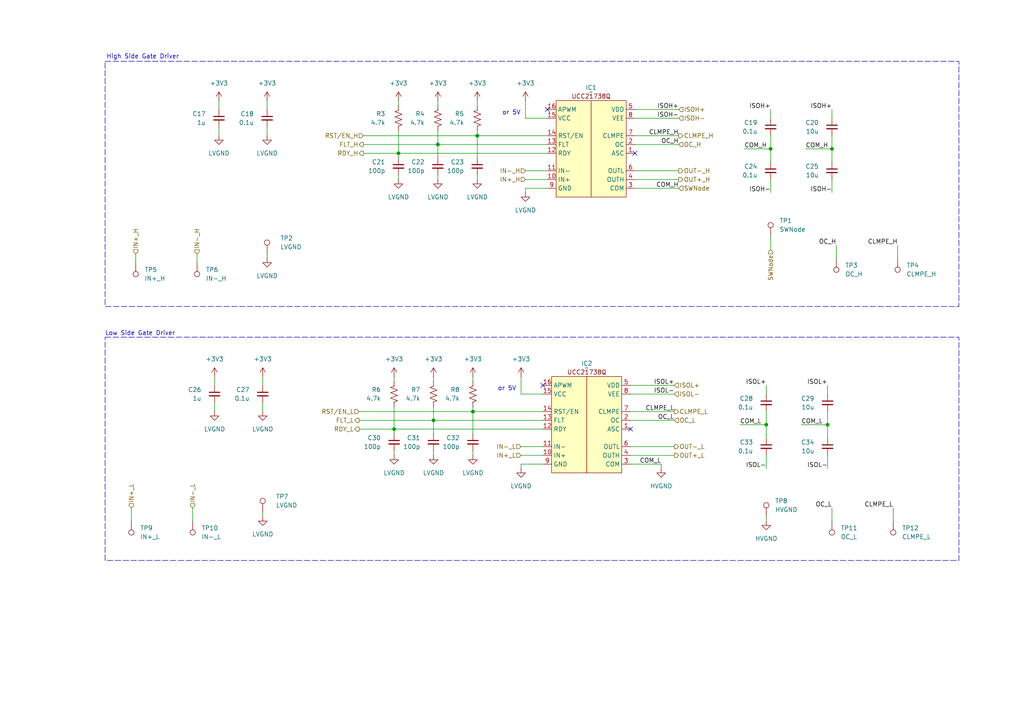
<source format=kicad_sch>
(kicad_sch (version 20250114) (generator "eeschema") (generator_version "9.0")
  (paper "A4")
  (lib_symbols
    (symbol "Connector:TestPoint" (pin_numbers (hide yes)) (pin_names (offset 0.762) (hide yes))
      (property "Reference" "TP" (at 0 6.858 0))
      (property "Value" "TestPoint" (at 0 5.08 0))
      (symbol "TestPoint_0_1"
        (circle (center 0 3.302) (radius 0.762))
      )
      (symbol "TestPoint_1_1"
        (pin passive line (at 0 0 90) (length 2.54) (name "1") (number "1"))
      )
    )
    (symbol "CustomMoco:UCC21738Q"
      (property "Reference" "IC" (at 0 0 0))
      (symbol "UCC21738Q_0_1"
        (polyline (pts (xy 0 13.97) (xy 0 -13.97)))
      )
      (symbol "UCC21738Q_1_1"
        (rectangle (start -10.16 13.97) (end 10.16 -13.97) (fill (type color) (color 255 255 194 1)))
        (text "UCC21738Q" (at 0 15.24 0) (effects (font (size 1.27 1.27))))
        (pin passive line (at -12.7 11.43 0) (length 2.54) (name "VDD") (number "5"))
        (pin passive line (at -12.7 8.89 0) (length 2.54) (name "VEE") (number "8"))
        (pin passive line (at -12.7 3.81 0) (length 2.54) (name "CLMPE") (number "7"))
        (pin passive line (at -12.7 1.27 0) (length 2.54) (name "OC") (number "2"))
        (pin passive line (at -12.7 -1.27 0) (length 2.54) (name "ASC") (number "1"))
        (pin passive line (at -12.7 -6.35 0) (length 2.54) (name "OUTL") (number "6"))
        (pin passive line (at -12.7 -8.89 0) (length 2.54) (name "OUTH") (number "4"))
        (pin passive line (at -12.7 -11.43 0) (length 2.54) (name "COM") (number "3"))
        (pin passive line (at 12.7 11.43 180) (length 2.54) (name "APWM") (number "16"))
        (pin passive line (at 12.7 8.89 180) (length 2.54) (name "VCC") (number "15"))
        (pin passive line (at 12.7 3.81 180) (length 2.54) (name "RST/EN") (number "14"))
        (pin passive line (at 12.7 1.27 180) (length 2.54) (name "FLT") (number "13"))
        (pin passive line (at 12.7 -1.27 180) (length 2.54) (name "RDY") (number "12"))
        (pin passive line (at 12.7 -6.35 180) (length 2.54) (name "IN-") (number "11"))
        (pin passive line (at 12.7 -8.89 180) (length 2.54) (name "IN+") (number "10"))
        (pin passive line (at 12.7 -11.43 180) (length 2.54) (name "GND") (number "9"))
      )
    )
    (symbol "Device:C_Small" (pin_numbers (hide yes)) (pin_names (offset 0.254) (hide yes))
      (property "Reference" "C" (at 0.254 1.778 0))
      (property "Value" "C_Small" (at 0.254 -2.032 0))
      (symbol "C_Small_0_1"
        (polyline (pts (xy -1.524 0.508) (xy 1.524 0.508)) (stroke (width 0.3048)))
        (polyline (pts (xy -1.524 -0.508) (xy 1.524 -0.508)) (stroke (width 0.3302)))
      )
      (symbol "C_Small_1_1"
        (pin passive line (at 0 2.54 270) (length 2.032) (name "~") (number "1"))
        (pin passive line (at 0 -2.54 90) (length 2.032) (name "~") (number "2"))
      )
    )
    (symbol "Device:R_US" (pin_numbers (hide yes)) (pin_names (offset 0))
      (property "Reference" "R" (at 2.54 0 90))
      (property "Value" "R_US" (at -2.54 0 90))
      (symbol "R_US_0_1"
        (polyline (pts (xy 0 2.286) (xy 0 2.54)))
        (polyline (pts (xy 0 2.286) (xy 1.016 1.905) (xy 0 1.524) (xy -1.016 1.143) (xy 0 0.762)))
        (polyline (pts (xy 0 0.762) (xy 1.016 0.381) (xy 0 0) (xy -1.016 -0.381) (xy 0 -0.762)))
        (polyline (pts (xy 0 -0.762) (xy 1.016 -1.143) (xy 0 -1.524) (xy -1.016 -1.905) (xy 0 -2.286)))
        (polyline (pts (xy 0 -2.286) (xy 0 -2.54)))
      )
      (symbol "R_US_1_1"
        (pin passive line (at 0 3.81 270) (length 1.27) (name "~") (number "1"))
        (pin passive line (at 0 -3.81 90) (length 1.27) (name "~") (number "2"))
      )
    )
    (symbol "UCC21738Q_1"
      (property "Reference" "IC" (at 0 0 0))
      (symbol "UCC21738Q_1_0_1"
        (polyline (pts (xy 0 13.97) (xy 0 -13.97)))
      )
      (symbol "UCC21738Q_1_1_1"
        (rectangle (start -10.16 13.97) (end 10.16 -13.97) (fill (type color) (color 255 255 194 1)))
        (text "UCC21738Q" (at 0 15.24 0) (effects (font (size 1.27 1.27))))
        (pin passive line (at -12.7 11.43 0) (length 2.54) (name "VDD") (number "5"))
        (pin passive line (at -12.7 8.89 0) (length 2.54) (name "VEE") (number "8"))
        (pin passive line (at -12.7 3.81 0) (length 2.54) (name "CLMPE") (number "7"))
        (pin passive line (at -12.7 1.27 0) (length 2.54) (name "OC") (number "2"))
        (pin passive line (at -12.7 -1.27 0) (length 2.54) (name "ASC") (number "1"))
        (pin passive line (at -12.7 -6.35 0) (length 2.54) (name "OUTL") (number "6"))
        (pin passive line (at -12.7 -8.89 0) (length 2.54) (name "OUTH") (number "4"))
        (pin passive line (at -12.7 -11.43 0) (length 2.54) (name "COM") (number "3"))
        (pin passive line (at 12.7 11.43 180) (length 2.54) (name "APWM") (number "16"))
        (pin passive line (at 12.7 8.89 180) (length 2.54) (name "VCC") (number "15"))
        (pin passive line (at 12.7 3.81 180) (length 2.54) (name "RST/EN") (number "14"))
        (pin passive line (at 12.7 1.27 180) (length 2.54) (name "FLT") (number "13"))
        (pin passive line (at 12.7 -1.27 180) (length 2.54) (name "RDY") (number "12"))
        (pin passive line (at 12.7 -6.35 180) (length 2.54) (name "IN-") (number "11"))
        (pin passive line (at 12.7 -8.89 180) (length 2.54) (name "IN+") (number "10"))
        (pin passive line (at 12.7 -11.43 180) (length 2.54) (name "GND") (number "9"))
      )
    )
    (symbol "power:+3V3" (power) (pin_numbers (hide yes)) (pin_names (offset 0) (hide yes))
      (property "Value" "+3V3" (at 0 3.556 0))
      (symbol "+3V3_0_1"
        (polyline (pts (xy -0.762 1.27) (xy 0 2.54)))
        (polyline (pts (xy 0 2.54) (xy 0.762 1.27)))
        (polyline (pts (xy 0 0) (xy 0 2.54)))
      )
      (symbol "+3V3_1_1"
        (pin power_in line (at 0 0 90) (length 0) (name "~") (number "1"))
      )
    )
    (symbol "power:GND" (power) (pin_numbers (hide yes)) (pin_names (offset 0) (hide yes))
      (property "Value" "GND" (at 0 -3.81 0))
      (symbol "GND_0_1"
        (polyline (pts (xy 0 0) (xy 0 -1.27) (xy 1.27 -1.27) (xy 0 -2.54) (xy -1.27 -1.27) (xy 0 -1.27)))
      )
      (symbol "GND_1_1"
        (pin power_in line (at 0 0 270) (length 0) (name "~") (number "1"))
      )
    )
  )
  (rectangle (start 30.48 97.79) (end 278.13 162.56) (stroke (width 0) (type dash)))
  (rectangle (start 30.48 17.78) (end 278.13 88.9) (stroke (width 0) (type dash)))
  (text "Low Side Gate Driver" (at 40.64 96.774 0) (effects (font (size 1.27 1.27))))
  (text "or 5V" (at 147.066 112.776 0) (effects (font (size 1.27 1.27))))
  (text "High Side Gate Driver" (at 41.402 16.51 0) (effects (font (size 1.27 1.27))))
  (text "or 5V" (at 148.336 32.766 0) (effects (font (size 1.27 1.27))))
  (junction (at 127 41.91))
  (junction (at 223.52 43.18))
  (junction (at 115.57 44.45))
  (junction (at 240.03 123.19))
  (junction (at 222.25 123.19))
  (junction (at 114.3 124.46))
  (junction (at 137.16 119.38))
  (junction (at 241.3 43.18))
  (junction (at 125.73 121.92))
  (junction (at 138.43 39.37))
  (no_connect (at 158.75 31.75))
  (no_connect (at 184.15 44.45))
  (no_connect (at 157.48 111.76))
  (no_connect (at 182.88 124.46))
  (wire (pts (xy 62.23 116.84) (xy 62.23 119.38)))
  (wire (pts (xy 241.3 39.37) (xy 241.3 43.18)))
  (wire (pts (xy 39.37 73.66) (xy 39.37 76.2)))
  (wire (pts (xy 214.63 123.19) (xy 222.25 123.19)))
  (wire (pts (xy 184.15 52.07) (xy 196.85 52.07)))
  (wire (pts (xy 182.88 129.54) (xy 195.58 129.54)))
  (wire (pts (xy 62.23 109.22) (xy 62.23 111.76)))
  (wire (pts (xy 152.4 34.29) (xy 158.75 34.29)))
  (wire (pts (xy 138.43 39.37) (xy 158.75 39.37)))
  (wire (pts (xy 137.16 109.22) (xy 137.16 110.49)))
  (wire (pts (xy 151.13 114.3) (xy 157.48 114.3)))
  (wire (pts (xy 114.3 130.81) (xy 114.3 132.08)))
  (wire (pts (xy 137.16 119.38) (xy 137.16 125.73)))
  (wire (pts (xy 105.41 39.37) (xy 138.43 39.37)))
  (wire (pts (xy 184.15 31.75) (xy 196.85 31.75)))
  (wire (pts (xy 182.88 121.92) (xy 195.58 121.92)))
  (wire (pts (xy 115.57 50.8) (xy 115.57 52.07)))
  (wire (pts (xy 115.57 29.21) (xy 115.57 30.48)))
  (wire (pts (xy 152.4 29.21) (xy 152.4 34.29)))
  (wire (pts (xy 223.52 43.18) (xy 223.52 46.99)))
  (wire (pts (xy 232.41 123.19) (xy 240.03 123.19)))
  (wire (pts (xy 151.13 134.62) (xy 151.13 135.89)))
  (wire (pts (xy 127 50.8) (xy 127 52.07)))
  (wire (pts (xy 114.3 124.46) (xy 114.3 125.73)))
  (wire (pts (xy 77.47 73.66) (xy 77.47 74.93)))
  (wire (pts (xy 222.25 123.19) (xy 222.25 127)))
  (wire (pts (xy 63.5 36.83) (xy 63.5 39.37)))
  (wire (pts (xy 104.14 121.92) (xy 125.73 121.92)))
  (wire (pts (xy 223.52 52.07) (xy 223.52 55.88)))
  (wire (pts (xy 240.03 132.08) (xy 240.03 135.89)))
  (wire (pts (xy 138.43 50.8) (xy 138.43 52.07)))
  (wire (pts (xy 191.77 134.62) (xy 182.88 134.62)))
  (wire (pts (xy 125.73 121.92) (xy 157.48 121.92)))
  (wire (pts (xy 184.15 39.37) (xy 196.85 39.37)))
  (wire (pts (xy 182.88 114.3) (xy 195.58 114.3)))
  (wire (pts (xy 222.25 149.86) (xy 222.25 151.13)))
  (wire (pts (xy 63.5 29.21) (xy 63.5 31.75)))
  (wire (pts (xy 105.41 44.45) (xy 115.57 44.45)))
  (wire (pts (xy 125.73 118.11) (xy 125.73 121.92)))
  (wire (pts (xy 38.1 147.32) (xy 38.1 151.13)))
  (wire (pts (xy 105.41 41.91) (xy 127 41.91)))
  (wire (pts (xy 104.14 119.38) (xy 137.16 119.38)))
  (wire (pts (xy 223.52 39.37) (xy 223.52 43.18)))
  (wire (pts (xy 241.3 31.75) (xy 241.3 34.29)))
  (wire (pts (xy 215.9 43.18) (xy 223.52 43.18)))
  (wire (pts (xy 127 38.1) (xy 127 41.91)))
  (wire (pts (xy 151.13 134.62) (xy 157.48 134.62)))
  (wire (pts (xy 114.3 109.22) (xy 114.3 110.49)))
  (wire (pts (xy 125.73 121.92) (xy 125.73 125.73)))
  (wire (pts (xy 76.2 116.84) (xy 76.2 119.38)))
  (wire (pts (xy 222.25 132.08) (xy 222.25 135.89)))
  (wire (pts (xy 233.68 43.18) (xy 241.3 43.18)))
  (wire (pts (xy 115.57 44.45) (xy 115.57 45.72)))
  (wire (pts (xy 241.3 43.18) (xy 241.3 46.99)))
  (wire (pts (xy 223.52 72.39) (xy 223.52 68.58)))
  (wire (pts (xy 151.13 132.08) (xy 157.48 132.08)))
  (wire (pts (xy 138.43 38.1) (xy 138.43 39.37)))
  (wire (pts (xy 222.25 119.38) (xy 222.25 123.19)))
  (wire (pts (xy 125.73 109.22) (xy 125.73 110.49)))
  (wire (pts (xy 223.52 31.75) (xy 223.52 34.29)))
  (wire (pts (xy 104.14 124.46) (xy 114.3 124.46)))
  (wire (pts (xy 152.4 52.07) (xy 158.75 52.07)))
  (wire (pts (xy 182.88 119.38) (xy 195.58 119.38)))
  (wire (pts (xy 240.03 111.76) (xy 240.03 114.3)))
  (wire (pts (xy 77.47 29.21) (xy 77.47 31.75)))
  (wire (pts (xy 260.35 71.12) (xy 260.35 74.93)))
  (wire (pts (xy 240.03 123.19) (xy 240.03 127)))
  (wire (pts (xy 137.16 119.38) (xy 157.48 119.38)))
  (wire (pts (xy 182.88 132.08) (xy 195.58 132.08)))
  (wire (pts (xy 182.88 111.76) (xy 195.58 111.76)))
  (wire (pts (xy 137.16 130.81) (xy 137.16 132.08)))
  (wire (pts (xy 138.43 39.37) (xy 138.43 45.72)))
  (wire (pts (xy 242.57 71.12) (xy 242.57 74.93)))
  (wire (pts (xy 55.88 147.32) (xy 55.88 151.13)))
  (wire (pts (xy 127 41.91) (xy 127 45.72)))
  (wire (pts (xy 114.3 124.46) (xy 157.48 124.46)))
  (wire (pts (xy 57.15 73.66) (xy 57.15 76.2)))
  (wire (pts (xy 76.2 109.22) (xy 76.2 111.76)))
  (wire (pts (xy 184.15 54.61) (xy 196.85 54.61)))
  (wire (pts (xy 222.25 111.76) (xy 222.25 114.3)))
  (wire (pts (xy 241.3 52.07) (xy 241.3 55.88)))
  (wire (pts (xy 127 29.21) (xy 127 30.48)))
  (wire (pts (xy 125.73 130.81) (xy 125.73 132.08)))
  (wire (pts (xy 152.4 54.61) (xy 152.4 55.88)))
  (wire (pts (xy 184.15 49.53) (xy 196.85 49.53)))
  (wire (pts (xy 115.57 38.1) (xy 115.57 44.45)))
  (wire (pts (xy 152.4 49.53) (xy 158.75 49.53)))
  (wire (pts (xy 138.43 29.21) (xy 138.43 30.48)))
  (wire (pts (xy 114.3 118.11) (xy 114.3 124.46)))
  (wire (pts (xy 76.2 148.59) (xy 76.2 149.86)))
  (wire (pts (xy 151.13 129.54) (xy 157.48 129.54)))
  (wire (pts (xy 77.47 36.83) (xy 77.47 39.37)))
  (wire (pts (xy 191.77 134.62) (xy 191.77 135.89)))
  (wire (pts (xy 184.15 41.91) (xy 196.85 41.91)))
  (wire (pts (xy 151.13 109.22) (xy 151.13 114.3)))
  (wire (pts (xy 241.3 147.32) (xy 241.3 151.13)))
  (wire (pts (xy 240.03 119.38) (xy 240.03 123.19)))
  (wire (pts (xy 259.08 147.32) (xy 259.08 151.13)))
  (wire (pts (xy 152.4 54.61) (xy 158.75 54.61)))
  (wire (pts (xy 115.57 44.45) (xy 158.75 44.45)))
  (wire (pts (xy 184.15 34.29) (xy 196.85 34.29)))
  (wire (pts (xy 127 41.91) (xy 158.75 41.91)))
  (wire (pts (xy 137.16 118.11) (xy 137.16 119.38)))
  (label "OC_H" (at 242.57 71.12 180))
  (label "ISOL-" (at 240.03 135.89 180))
  (label "ISOH+" (at 196.85 31.75 180))
  (label "COM_H" (at 196.85 54.61 180))
  (label "ISOL+" (at 222.25 111.76 180))
  (label "ISOH+" (at 223.52 31.75 180))
  (label "ISOH-" (at 241.3 55.88 180))
  (label "ISOH+" (at 241.3 31.75 180))
  (label "CLMPE_L" (at 259.08 147.32 180))
  (label "ISOL+" (at 240.03 111.76 180))
  (label "COM_H" (at 233.68 43.18 0))
  (label "COM_L" (at 191.77 134.62 180))
  (label "CLMPE_H" (at 196.85 39.37 180))
  (label "COM_L" (at 214.63 123.19 0))
  (label "ISOL+" (at 195.58 111.76 180))
  (label "ISOL-" (at 222.25 135.89 180))
  (label "COM_H" (at 215.9 43.18 0))
  (label "OC_H" (at 196.85 41.91 180))
  (label "OC_L" (at 195.58 121.92 180))
  (label "CLMPE_H" (at 260.35 71.12 180))
  (label "OC_L" (at 241.3 147.32 180))
  (label "COM_L" (at 232.41 123.19 0))
  (label "ISOH-" (at 223.52 55.88 180))
  (label "CLMPE_L" (at 195.58 119.38 180))
  (label "ISOL-" (at 195.58 114.3 180))
  (label "ISOH-" (at 196.85 34.29 180))
  (hierarchical_label "IN-_H" (shape input) (at 57.15 73.66 90))
  (hierarchical_label "FLT_L" (shape output) (at 104.14 121.92 180))
  (hierarchical_label "ISOH-" (shape input) (at 196.85 34.29 0))
  (hierarchical_label "IN+_H" (shape input) (at 39.37 73.66 90))
  (hierarchical_label "SWNode" (shape input) (at 196.85 54.61 0))
  (hierarchical_label "IN-_L" (shape input) (at 55.88 147.32 90))
  (hierarchical_label "IN-_L" (shape input) (at 151.13 129.54 180))
  (hierarchical_label "IN+_H" (shape input) (at 152.4 52.07 180))
  (hierarchical_label "CLMPE_H" (shape output) (at 196.85 39.37 0))
  (hierarchical_label "RDY_L" (shape output) (at 104.14 124.46 180))
  (hierarchical_label "ISOH+" (shape input) (at 196.85 31.75 0))
  (hierarchical_label "RDY_H" (shape output) (at 105.41 44.45 180))
  (hierarchical_label "CLMPE_L" (shape output) (at 195.58 119.38 0))
  (hierarchical_label "OUT-_H" (shape output) (at 196.85 49.53 0))
  (hierarchical_label "OUT+_H" (shape output) (at 196.85 52.07 0))
  (hierarchical_label "FLT_H" (shape output) (at 105.41 41.91 180))
  (hierarchical_label "IN+_L" (shape input) (at 38.1 147.32 90))
  (hierarchical_label "IN+_L" (shape input) (at 151.13 132.08 180))
  (hierarchical_label "SWNode" (shape input) (at 223.52 72.39 270))
  (hierarchical_label "OC_H" (shape input) (at 196.85 41.91 0))
  (hierarchical_label "ISOL-" (shape input) (at 195.58 114.3 0))
  (hierarchical_label "RST{slash}EN_H" (shape input) (at 105.41 39.37 180))
  (hierarchical_label "OUT+_L" (shape output) (at 195.58 132.08 0))
  (hierarchical_label "OUT-_L" (shape output) (at 195.58 129.54 0))
  (hierarchical_label "RST{slash}EN_L" (shape input) (at 104.14 119.38 180))
  (hierarchical_label "OC_L" (shape input) (at 195.58 121.92 0))
  (hierarchical_label "IN-_H" (shape input) (at 152.4 49.53 180))
  (hierarchical_label "ISOL+" (shape input) (at 195.58 111.76 0))
  (symbol (lib_id "Device:C_Small") (at 241.3 36.83 0) (unit 1)
    (property "Reference" "C20" (at 237.49 35.5662 0) (effects (justify right)))
    (property "Value" "10u" (at 237.49 38.1062 0) (effects (justify right)))
    (property "Footprint" "Capacitor_SMD:C_1210_3225Metric" (effects (hide yes)))
    (property "Description" "Unpolarized capacitor, small symbol" (effects (hide yes)))
    (instances (project "TractionInverter" (path "" (reference "C20") (unit 1)) (path "" (reference "C128") (unit 1)) (path "" (reference "C82") (unit 1))))
  )
  (symbol (lib_id "power:GND") (at 77.47 39.37 0) (unit 1)
    (property "Reference" "#PWR015" (effects (hide yes)))
    (property "Value" "LVGND" (at 77.47 44.45 0))
    (property "Description" "Power symbol creates a global label with name \"GND\" , ground" (effects (hide yes)))
    (instances (project "TractionInverter" (path "" (reference "#PWR015") (unit 1)) (path "" (reference "#PWR0134") (unit 1)) (path "" (reference "#PWR079") (unit 1))))
  )
  (symbol (lib_id "Connector:TestPoint") (at 241.3 151.13 180) (unit 1)
    (property "Reference" "TP11" (at 243.84 153.1619 0) (effects (justify right)))
    (property "Value" "OC_L" (at 243.84 155.7019 0) (effects (justify right)))
    (property "Footprint" "TestPoint:TestPoint_Pad_D1.5mm" (effects (hide yes)))
    (property "Description" "test point" (effects (hide yes)))
    (instances (project "TractionInverter" (path "" (reference "TP11") (unit 1)) (path "" (reference "TP44") (unit 1)) (path "" (reference "TP29") (unit 1))))
  )
  (symbol (lib_id "Connector:TestPoint") (at 57.15 76.2 180) (unit 1)
    (property "Reference" "TP6" (at 59.69 78.2319 0) (effects (justify right)))
    (property "Value" "IN-_H" (at 59.69 80.7719 0) (effects (justify right)))
    (property "Footprint" "TractionInverter:KEYSTONE_5281" (effects (hide yes)))
    (property "Description" "test point" (effects (hide yes)))
    (instances (project "TractionInverter" (path "" (reference "TP6") (unit 1)) (path "" (reference "TP39") (unit 1)) (path "" (reference "TP24") (unit 1))))
  )
  (symbol (lib_id "power:+3V3") (at 138.43 29.21 0) (unit 1)
    (property "Reference" "#PWR012" (effects (hide yes)))
    (property "Value" "+3V3" (at 138.43 24.13 0))
    (property "Description" "Power symbol creates a global label with name \"+3V3\"" (effects (hide yes)))
    (instances (project "TractionInverter" (path "" (reference "#PWR012") (unit 1)) (path "" (reference "#PWR0131") (unit 1)) (path "" (reference "#PWR076") (unit 1))))
  )
  (symbol (lib_id "power:GND") (at 62.23 119.38 0) (unit 1)
    (property "Reference" "#PWR027" (effects (hide yes)))
    (property "Value" "LVGND" (at 62.23 124.46 0))
    (property "Description" "Power symbol creates a global label with name \"GND\" , ground" (effects (hide yes)))
    (instances (project "TractionInverter" (path "" (reference "#PWR027") (unit 1)) (path "" (reference "#PWR0146") (unit 1)) (path "" (reference "#PWR091") (unit 1))))
  )
  (symbol (lib_id "Connector:TestPoint") (at 77.47 73.66 0) (mirror y) (unit 1)
    (property "Reference" "TP2" (at 81.28 69.0879 0) (effects (justify right)))
    (property "Value" "LVGND" (at 81.28 71.6279 0) (effects (justify right)))
    (property "Footprint" "TractionInverter:KEYSTONE_5281" (effects (hide yes)))
    (property "Description" "test point" (effects (hide yes)))
    (instances (project "TractionInverter" (path "" (reference "TP2") (unit 1)) (path "" (reference "TP35") (unit 1)) (path "" (reference "TP20") (unit 1))))
  )
  (symbol (lib_id "Device:C_Small") (at 222.25 116.84 0) (unit 1)
    (property "Reference" "C28" (at 218.44 115.5762 0) (effects (justify right)))
    (property "Value" "0.1u" (at 218.44 118.1162 0) (effects (justify right)))
    (property "Footprint" "Capacitor_SMD:C_0603_1608Metric" (effects (hide yes)))
    (property "Description" "Unpolarized capacitor, small symbol" (effects (hide yes)))
    (instances (project "TractionInverter" (path "" (reference "C28") (unit 1)) (path "" (reference "C136") (unit 1)) (path "" (reference "C90") (unit 1))))
  )
  (symbol (lib_id "Device:C_Small") (at 127 48.26 0) (unit 1)
    (property "Reference" "C22" (at 123.19 46.9962 0) (effects (justify right)))
    (property "Value" "100p" (at 123.19 49.5362 0) (effects (justify right)))
    (property "Footprint" "Capacitor_SMD:C_0603_1608Metric" (effects (hide yes)))
    (property "Description" "Unpolarized capacitor, small symbol" (effects (hide yes)))
    (instances (project "TractionInverter" (path "" (reference "C22") (unit 1)) (path "" (reference "C130") (unit 1)) (path "" (reference "C84") (unit 1))))
  )
  (symbol (lib_id "power:GND") (at 115.57 52.07 0) (unit 1)
    (property "Reference" "#PWR016" (effects (hide yes)))
    (property "Value" "LVGND" (at 115.57 57.15 0))
    (property "Description" "Power symbol creates a global label with name \"GND\" , ground" (effects (hide yes)))
    (instances (project "TractionInverter" (path "" (reference "#PWR016") (unit 1)) (path "" (reference "#PWR0135") (unit 1)) (path "" (reference "#PWR080") (unit 1))))
  )
  (symbol (lib_id "power:+3V3") (at 115.57 29.21 0) (unit 1)
    (property "Reference" "#PWR010" (effects (hide yes)))
    (property "Value" "+3V3" (at 115.57 24.13 0))
    (property "Description" "Power symbol creates a global label with name \"+3V3\"" (effects (hide yes)))
    (instances (project "TractionInverter" (path "" (reference "#PWR010") (unit 1)) (path "" (reference "#PWR0129") (unit 1)) (path "" (reference "#PWR074") (unit 1))))
  )
  (symbol (lib_id "power:GND") (at 125.73 132.08 0) (unit 1)
    (property "Reference" "#PWR030" (effects (hide yes)))
    (property "Value" "LVGND" (at 125.73 137.16 0))
    (property "Description" "Power symbol creates a global label with name \"GND\" , ground" (effects (hide yes)))
    (instances (project "TractionInverter" (path "" (reference "#PWR030") (unit 1)) (path "" (reference "#PWR0149") (unit 1)) (path "" (reference "#PWR094") (unit 1))))
  )
  (symbol (lib_id "Device:R_US") (at 115.57 34.29 0) (mirror y) (unit 1)
    (property "Reference" "R3" (at 111.76 33.0199 0) (effects (justify left)))
    (property "Value" "4.7k" (at 111.76 35.5599 0) (effects (justify left)))
    (property "Footprint" "Resistor_SMD:R_0603_1608Metric" (effects (hide yes)))
    (property "Description" "Resistor, US symbol" (effects (hide yes)))
    (instances (project "TractionInverter" (path "" (reference "R3") (unit 1)) (path "" (reference "R124") (unit 1)) (path "" (reference "R80") (unit 1))))
  )
  (symbol (lib_id "Device:C_Small") (at 137.16 128.27 0) (unit 1)
    (property "Reference" "C32" (at 133.35 127.0062 0) (effects (justify right)))
    (property "Value" "100p" (at 133.35 129.5462 0) (effects (justify right)))
    (property "Footprint" "Capacitor_SMD:C_0603_1608Metric" (effects (hide yes)))
    (property "Description" "Unpolarized capacitor, small symbol" (effects (hide yes)))
    (instances (project "TractionInverter" (path "" (reference "C32") (unit 1)) (path "" (reference "C140") (unit 1)) (path "" (reference "C94") (unit 1))))
  )
  (symbol (lib_id "power:GND") (at 138.43 52.07 0) (unit 1)
    (property "Reference" "#PWR018" (effects (hide yes)))
    (property "Value" "LVGND" (at 138.43 57.15 0))
    (property "Description" "Power symbol creates a global label with name \"GND\" , ground" (effects (hide yes)))
    (instances (project "TractionInverter" (path "" (reference "#PWR018") (unit 1)) (path "" (reference "#PWR0137") (unit 1)) (path "" (reference "#PWR082") (unit 1))))
  )
  (symbol (lib_id "Device:C_Small") (at 223.52 49.53 0) (unit 1)
    (property "Reference" "C24" (at 219.71 48.2662 0) (effects (justify right)))
    (property "Value" "0.1u" (at 219.71 50.8062 0) (effects (justify right)))
    (property "Footprint" "Capacitor_SMD:C_0603_1608Metric" (effects (hide yes)))
    (property "Description" "Unpolarized capacitor, small symbol" (effects (hide yes)))
    (instances (project "TractionInverter" (path "" (reference "C24") (unit 1)) (path "" (reference "C132") (unit 1)) (path "" (reference "C86") (unit 1))))
  )
  (symbol (lib_id "Device:C_Small") (at 125.73 128.27 0) (unit 1)
    (property "Reference" "C31" (at 121.92 127.0062 0) (effects (justify right)))
    (property "Value" "100p" (at 121.92 129.5462 0) (effects (justify right)))
    (property "Footprint" "Capacitor_SMD:C_0603_1608Metric" (effects (hide yes)))
    (property "Description" "Unpolarized capacitor, small symbol" (effects (hide yes)))
    (instances (project "TractionInverter" (path "" (reference "C31") (unit 1)) (path "" (reference "C139") (unit 1)) (path "" (reference "C93") (unit 1))))
  )
  (symbol (lib_id "power:GND") (at 151.13 135.89 0) (unit 1)
    (property "Reference" "#PWR032" (effects (hide yes)))
    (property "Value" "LVGND" (at 151.13 140.97 0))
    (property "Description" "Power symbol creates a global label with name \"GND\" , ground" (effects (hide yes)))
    (instances (project "TractionInverter" (path "" (reference "#PWR032") (unit 1)) (path "" (reference "#PWR0151") (unit 1)) (path "" (reference "#PWR096") (unit 1))))
  )
  (symbol (lib_id "power:+3V3") (at 114.3 109.22 0) (unit 1)
    (property "Reference" "#PWR023" (effects (hide yes)))
    (property "Value" "+3V3" (at 114.3 104.14 0))
    (property "Description" "Power symbol creates a global label with name \"+3V3\"" (effects (hide yes)))
    (instances (project "TractionInverter" (path "" (reference "#PWR023") (unit 1)) (path "" (reference "#PWR0142") (unit 1)) (path "" (reference "#PWR087") (unit 1))))
  )
  (symbol (lib_id "power:GND") (at 114.3 132.08 0) (unit 1)
    (property "Reference" "#PWR029" (effects (hide yes)))
    (property "Value" "LVGND" (at 114.3 137.16 0))
    (property "Description" "Power symbol creates a global label with name \"GND\" , ground" (effects (hide yes)))
    (instances (project "TractionInverter" (path "" (reference "#PWR029") (unit 1)) (path "" (reference "#PWR0148") (unit 1)) (path "" (reference "#PWR093") (unit 1))))
  )
  (symbol (lib_id "Device:R_US") (at 125.73 114.3 0) (mirror y) (unit 1)
    (property "Reference" "R7" (at 121.92 113.0299 0) (effects (justify left)))
    (property "Value" "4.7k" (at 121.92 115.5699 0) (effects (justify left)))
    (property "Footprint" "Resistor_SMD:R_0603_1608Metric" (effects (hide yes)))
    (property "Description" "Resistor, US symbol" (effects (hide yes)))
    (instances (project "TractionInverter" (path "" (reference "R7") (unit 1)) (path "" (reference "R128") (unit 1)) (path "" (reference "R84") (unit 1))))
  )
  (symbol (lib_id "power:+3V3") (at 63.5 29.21 0) (unit 1)
    (property "Reference" "#PWR08" (effects (hide yes)))
    (property "Value" "+3V3" (at 63.5 24.13 0))
    (property "Description" "Power symbol creates a global label with name \"+3V3\"" (effects (hide yes)))
    (instances (project "TractionInverter" (path "" (reference "#PWR08") (unit 1)) (path "" (reference "#PWR0127") (unit 1)) (path "" (reference "#PWR072") (unit 1))))
  )
  (symbol (lib_id "power:GND") (at 137.16 132.08 0) (unit 1)
    (property "Reference" "#PWR031" (effects (hide yes)))
    (property "Value" "LVGND" (at 137.16 137.16 0))
    (property "Description" "Power symbol creates a global label with name \"GND\" , ground" (effects (hide yes)))
    (instances (project "TractionInverter" (path "" (reference "#PWR031") (unit 1)) (path "" (reference "#PWR0150") (unit 1)) (path "" (reference "#PWR095") (unit 1))))
  )
  (symbol (lib_id "CustomMoco:UCC21738Q") (at 170.18 123.19 0) (mirror y) (unit 1)
    (property "Reference" "IC2" (at 170.18 105.41 0))
    (property "Value" "~" (at 170.18 106.68 0))
    (property "Footprint" "Package_SO:SOIC-16W_7.5x10.3mm_P1.27mm" (effects (hide yes)))
    (instances (project "TractionInverter" (path "" (reference "IC2") (unit 1)) (path "" (reference "IC10") (unit 1)) (path "" (reference "IC6") (unit 1))))
  )
  (symbol (lib_id "power:+3V3") (at 152.4 29.21 0) (unit 1)
    (property "Reference" "#PWR013" (effects (hide yes)))
    (property "Value" "+3V3" (at 152.4 24.13 0))
    (property "Description" "Power symbol creates a global label with name \"+3V3\"" (effects (hide yes)))
    (instances (project "TractionInverter" (path "" (reference "#PWR013") (unit 1)) (path "" (reference "#PWR0132") (unit 1)) (path "" (reference "#PWR077") (unit 1))))
  )
  (symbol (lib_id "Device:C_Small") (at 223.52 36.83 0) (unit 1)
    (property "Reference" "C19" (at 219.71 35.5662 0) (effects (justify right)))
    (property "Value" "0.1u" (at 219.71 38.1062 0) (effects (justify right)))
    (property "Footprint" "Capacitor_SMD:C_0603_1608Metric" (effects (hide yes)))
    (property "Description" "Unpolarized capacitor, small symbol" (effects (hide yes)))
    (instances (project "TractionInverter" (path "" (reference "C19") (unit 1)) (path "" (reference "C127") (unit 1)) (path "" (reference "C81") (unit 1))))
  )
  (symbol (lib_id "power:+3V3") (at 62.23 109.22 0) (unit 1)
    (property "Reference" "#PWR021" (effects (hide yes)))
    (property "Value" "+3V3" (at 62.23 104.14 0))
    (property "Description" "Power symbol creates a global label with name \"+3V3\"" (effects (hide yes)))
    (instances (project "TractionInverter" (path "" (reference "#PWR021") (unit 1)) (path "" (reference "#PWR0140") (unit 1)) (path "" (reference "#PWR085") (unit 1))))
  )
  (symbol (lib_id "Device:C_Small") (at 77.47 34.29 0) (unit 1)
    (property "Reference" "C18" (at 73.66 33.0262 0) (effects (justify right)))
    (property "Value" "0.1u" (at 73.66 35.5662 0) (effects (justify right)))
    (property "Footprint" "Capacitor_SMD:C_0603_1608Metric" (effects (hide yes)))
    (property "Description" "Unpolarized capacitor, small symbol" (effects (hide yes)))
    (instances (project "TractionInverter" (path "" (reference "C18") (unit 1)) (path "" (reference "C126") (unit 1)) (path "" (reference "C80") (unit 1))))
  )
  (symbol (lib_id "Connector:TestPoint") (at 76.2 148.59 0) (mirror y) (unit 1)
    (property "Reference" "TP7" (at 80.01 144.0179 0) (effects (justify right)))
    (property "Value" "LVGND" (at 80.01 146.5579 0) (effects (justify right)))
    (property "Footprint" "TractionInverter:KEYSTONE_5281" (effects (hide yes)))
    (property "Description" "test point" (effects (hide yes)))
    (instances (project "TractionInverter" (path "" (reference "TP7") (unit 1)) (path "" (reference "TP40") (unit 1)) (path "" (reference "TP25") (unit 1))))
  )
  (symbol (lib_id "Connector:TestPoint") (at 260.35 74.93 180) (unit 1)
    (property "Reference" "TP4" (at 262.89 76.9619 0) (effects (justify right)))
    (property "Value" "CLMPE_H" (at 262.89 79.5019 0) (effects (justify right)))
    (property "Footprint" "TractionInverter:KEYSTONE_5281" (effects (hide yes)))
    (property "Description" "test point" (effects (hide yes)))
    (instances (project "TractionInverter" (path "" (reference "TP4") (unit 1)) (path "" (reference "TP37") (unit 1)) (path "" (reference "TP22") (unit 1))))
  )
  (symbol (lib_id "Connector:TestPoint") (at 259.08 151.13 180) (unit 1)
    (property "Reference" "TP12" (at 261.62 153.1619 0) (effects (justify right)))
    (property "Value" "CLMPE_L" (at 261.62 155.7019 0) (effects (justify right)))
    (property "Footprint" "TractionInverter:KEYSTONE_5281" (effects (hide yes)))
    (property "Description" "test point" (effects (hide yes)))
    (instances (project "TractionInverter" (path "" (reference "TP12") (unit 1)) (path "" (reference "TP45") (unit 1)) (path "" (reference "TP30") (unit 1))))
  )
  (symbol (lib_id "Device:C_Small") (at 240.03 116.84 0) (unit 1)
    (property "Reference" "C29" (at 236.22 115.5762 0) (effects (justify right)))
    (property "Value" "10u" (at 236.22 118.1162 0) (effects (justify right)))
    (property "Footprint" "Capacitor_SMD:C_1210_3225Metric" (effects (hide yes)))
    (property "Description" "Unpolarized capacitor, small symbol" (effects (hide yes)))
    (instances (project "TractionInverter" (path "" (reference "C29") (unit 1)) (path "" (reference "C137") (unit 1)) (path "" (reference "C91") (unit 1))))
  )
  (symbol (lib_id "Connector:TestPoint") (at 55.88 151.13 180) (unit 1)
    (property "Reference" "TP10" (at 58.42 153.1619 0) (effects (justify right)))
    (property "Value" "IN-_L" (at 58.42 155.7019 0) (effects (justify right)))
    (property "Footprint" "TractionInverter:KEYSTONE_5281" (effects (hide yes)))
    (property "Description" "test point" (effects (hide yes)))
    (instances (project "TractionInverter" (path "" (reference "TP10") (unit 1)) (path "" (reference "TP43") (unit 1)) (path "" (reference "TP28") (unit 1))))
  )
  (symbol (lib_id "Connector:TestPoint") (at 39.37 76.2 180) (unit 1)
    (property "Reference" "TP5" (at 41.91 78.2319 0) (effects (justify right)))
    (property "Value" "IN+_H" (at 41.91 80.7719 0) (effects (justify right)))
    (property "Footprint" "TractionInverter:KEYSTONE_5281" (effects (hide yes)))
    (property "Description" "test point" (effects (hide yes)))
    (instances (project "TractionInverter" (path "" (reference "TP5") (unit 1)) (path "" (reference "TP38") (unit 1)) (path "" (reference "TP23") (unit 1))))
  )
  (symbol (lib_id "power:GND") (at 76.2 119.38 0) (unit 1)
    (property "Reference" "#PWR028" (effects (hide yes)))
    (property "Value" "LVGND" (at 76.2 124.46 0))
    (property "Description" "Power symbol creates a global label with name \"GND\" , ground" (effects (hide yes)))
    (instances (project "TractionInverter" (path "" (reference "#PWR028") (unit 1)) (path "" (reference "#PWR0147") (unit 1)) (path "" (reference "#PWR092") (unit 1))))
  )
  (symbol (lib_name "UCC21738Q_1") (lib_id "CustomMoco:UCC21738Q") (at 171.45 43.18 0) (mirror y) (unit 1)
    (property "Reference" "IC1" (at 171.45 25.4 0))
    (property "Value" "~" (at 171.45 26.67 0))
    (property "Footprint" "Package_SO:SOIC-16W_7.5x10.3mm_P1.27mm" (effects (hide yes)))
    (instances (project "TractionInverter" (path "" (reference "IC1") (unit 1)) (path "" (reference "IC9") (unit 1)) (path "" (reference "IC5") (unit 1))))
  )
  (symbol (lib_id "Device:C_Small") (at 222.25 129.54 0) (unit 1)
    (property "Reference" "C33" (at 218.44 128.2762 0) (effects (justify right)))
    (property "Value" "0.1u" (at 218.44 130.8162 0) (effects (justify right)))
    (property "Footprint" "Capacitor_SMD:C_0603_1608Metric" (effects (hide yes)))
    (property "Description" "Unpolarized capacitor, small symbol" (effects (hide yes)))
    (instances (project "TractionInverter" (path "" (reference "C33") (unit 1)) (path "" (reference "C141") (unit 1)) (path "" (reference "C95") (unit 1))))
  )
  (symbol (lib_id "power:+3V3") (at 137.16 109.22 0) (unit 1)
    (property "Reference" "#PWR025" (effects (hide yes)))
    (property "Value" "+3V3" (at 137.16 104.14 0))
    (property "Description" "Power symbol creates a global label with name \"+3V3\"" (effects (hide yes)))
    (instances (project "TractionInverter" (path "" (reference "#PWR025") (unit 1)) (path "" (reference "#PWR0144") (unit 1)) (path "" (reference "#PWR089") (unit 1))))
  )
  (symbol (lib_id "Connector:TestPoint") (at 222.25 149.86 0) (unit 1)
    (property "Reference" "TP8" (at 224.79 145.2879 0) (effects (justify left)))
    (property "Value" "HVGND" (at 224.79 147.8279 0) (effects (justify left)))
    (property "Footprint" "TractionInverter:KEYSTONE_5281" (effects (hide yes)))
    (property "Description" "test point" (effects (hide yes)))
    (instances (project "TractionInverter" (path "" (reference "TP8") (unit 1)) (path "" (reference "TP41") (unit 1)) (path "" (reference "TP26") (unit 1))))
  )
  (symbol (lib_id "Device:C_Small") (at 62.23 114.3 0) (unit 1)
    (property "Reference" "C26" (at 58.42 113.0362 0) (effects (justify right)))
    (property "Value" "1u" (at 58.42 115.5762 0) (effects (justify right)))
    (property "Footprint" "Capacitor_SMD:C_0603_1608Metric" (effects (hide yes)))
    (property "Description" "Unpolarized capacitor, small symbol" (effects (hide yes)))
    (instances (project "TractionInverter" (path "" (reference "C26") (unit 1)) (path "" (reference "C134") (unit 1)) (path "" (reference "C88") (unit 1))))
  )
  (symbol (lib_id "Device:R_US") (at 127 34.29 0) (mirror y) (unit 1)
    (property "Reference" "R4" (at 123.19 33.0199 0) (effects (justify left)))
    (property "Value" "4.7k" (at 123.19 35.5599 0) (effects (justify left)))
    (property "Footprint" "Resistor_SMD:R_0603_1608Metric" (effects (hide yes)))
    (property "Description" "Resistor, US symbol" (effects (hide yes)))
    (instances (project "TractionInverter" (path "" (reference "R4") (unit 1)) (path "" (reference "R125") (unit 1)) (path "" (reference "R81") (unit 1))))
  )
  (symbol (lib_id "power:+3V3") (at 77.47 29.21 0) (unit 1)
    (property "Reference" "#PWR09" (effects (hide yes)))
    (property "Value" "+3V3" (at 77.47 24.13 0))
    (property "Description" "Power symbol creates a global label with name \"+3V3\"" (effects (hide yes)))
    (instances (project "TractionInverter" (path "" (reference "#PWR09") (unit 1)) (path "" (reference "#PWR0128") (unit 1)) (path "" (reference "#PWR073") (unit 1))))
  )
  (symbol (lib_id "power:+3V3") (at 125.73 109.22 0) (unit 1)
    (property "Reference" "#PWR024" (effects (hide yes)))
    (property "Value" "+3V3" (at 125.73 104.14 0))
    (property "Description" "Power symbol creates a global label with name \"+3V3\"" (effects (hide yes)))
    (instances (project "TractionInverter" (path "" (reference "#PWR024") (unit 1)) (path "" (reference "#PWR0143") (unit 1)) (path "" (reference "#PWR088") (unit 1))))
  )
  (symbol (lib_id "power:GND") (at 77.47 74.93 0) (unit 1)
    (property "Reference" "#PWR020" (effects (hide yes)))
    (property "Value" "LVGND" (at 77.47 80.01 0))
    (property "Description" "Power symbol creates a global label with name \"GND\" , ground" (effects (hide yes)))
    (instances (project "TractionInverter" (path "" (reference "#PWR020") (unit 1)) (path "" (reference "#PWR0139") (unit 1)) (path "" (reference "#PWR084") (unit 1))))
  )
  (symbol (lib_id "Device:R_US") (at 138.43 34.29 0) (mirror y) (unit 1)
    (property "Reference" "R5" (at 134.62 33.0199 0) (effects (justify left)))
    (property "Value" "4.7k" (at 134.62 35.5599 0) (effects (justify left)))
    (property "Footprint" "Resistor_SMD:R_0603_1608Metric" (effects (hide yes)))
    (property "Description" "Resistor, US symbol" (effects (hide yes)))
    (instances (project "TractionInverter" (path "" (reference "R5") (unit 1)) (path "" (reference "R126") (unit 1)) (path "" (reference "R82") (unit 1))))
  )
  (symbol (lib_id "power:GND") (at 222.25 151.13 0) (unit 1)
    (property "Reference" "#PWR035" (effects (hide yes)))
    (property "Value" "HVGND" (at 222.25 156.21 0))
    (property "Description" "Power symbol creates a global label with name \"GND\" , ground" (effects (hide yes)))
    (instances (project "TractionInverter" (path "" (reference "#PWR035") (unit 1)) (path "" (reference "#PWR0154") (unit 1)) (path "" (reference "#PWR099") (unit 1))))
  )
  (symbol (lib_id "power:+3V3") (at 151.13 109.22 0) (unit 1)
    (property "Reference" "#PWR026" (effects (hide yes)))
    (property "Value" "+3V3" (at 151.13 104.14 0))
    (property "Description" "Power symbol creates a global label with name \"+3V3\"" (effects (hide yes)))
    (instances (project "TractionInverter" (path "" (reference "#PWR026") (unit 1)) (path "" (reference "#PWR0145") (unit 1)) (path "" (reference "#PWR090") (unit 1))))
  )
  (symbol (lib_id "power:+3V3") (at 127 29.21 0) (unit 1)
    (property "Reference" "#PWR011" (effects (hide yes)))
    (property "Value" "+3V3" (at 127 24.13 0))
    (property "Description" "Power symbol creates a global label with name \"+3V3\"" (effects (hide yes)))
    (instances (project "TractionInverter" (path "" (reference "#PWR011") (unit 1)) (path "" (reference "#PWR0130") (unit 1)) (path "" (reference "#PWR075") (unit 1))))
  )
  (symbol (lib_id "Device:C_Small") (at 114.3 128.27 0) (unit 1)
    (property "Reference" "C30" (at 110.49 127.0062 0) (effects (justify right)))
    (property "Value" "100p" (at 110.49 129.5462 0) (effects (justify right)))
    (property "Footprint" "Capacitor_SMD:C_0603_1608Metric" (effects (hide yes)))
    (property "Description" "Unpolarized capacitor, small symbol" (effects (hide yes)))
    (instances (project "TractionInverter" (path "" (reference "C30") (unit 1)) (path "" (reference "C138") (unit 1)) (path "" (reference "C92") (unit 1))))
  )
  (symbol (lib_id "Device:C_Small") (at 240.03 129.54 0) (unit 1)
    (property "Reference" "C34" (at 236.22 128.2762 0) (effects (justify right)))
    (property "Value" "10u" (at 236.22 130.8162 0) (effects (justify right)))
    (property "Footprint" "Capacitor_SMD:C_1210_3225Metric" (effects (hide yes)))
    (property "Description" "Unpolarized capacitor, small symbol" (effects (hide yes)))
    (instances (project "TractionInverter" (path "" (reference "C34") (unit 1)) (path "" (reference "C142") (unit 1)) (path "" (reference "C96") (unit 1))))
  )
  (symbol (lib_id "power:GND") (at 76.2 149.86 0) (unit 1)
    (property "Reference" "#PWR034" (effects (hide yes)))
    (property "Value" "LVGND" (at 76.2 154.94 0))
    (property "Description" "Power symbol creates a global label with name \"GND\" , ground" (effects (hide yes)))
    (instances (project "TractionInverter" (path "" (reference "#PWR034") (unit 1)) (path "" (reference "#PWR0153") (unit 1)) (path "" (reference "#PWR098") (unit 1))))
  )
  (symbol (lib_id "power:GND") (at 127 52.07 0) (unit 1)
    (property "Reference" "#PWR017" (effects (hide yes)))
    (property "Value" "LVGND" (at 127 57.15 0))
    (property "Description" "Power symbol creates a global label with name \"GND\" , ground" (effects (hide yes)))
    (instances (project "TractionInverter" (path "" (reference "#PWR017") (unit 1)) (path "" (reference "#PWR0136") (unit 1)) (path "" (reference "#PWR081") (unit 1))))
  )
  (symbol (lib_id "power:GND") (at 191.77 135.89 0) (unit 1)
    (property "Reference" "#PWR033" (effects (hide yes)))
    (property "Value" "HVGND" (at 191.77 140.97 0))
    (property "Description" "Power symbol creates a global label with name \"GND\" , ground" (effects (hide yes)))
    (instances (project "TractionInverter" (path "" (reference "#PWR033") (unit 1)) (path "" (reference "#PWR0152") (unit 1)) (path "" (reference "#PWR097") (unit 1))))
  )
  (symbol (lib_id "Device:C_Small") (at 241.3 49.53 0) (unit 1)
    (property "Reference" "C25" (at 237.49 48.2662 0) (effects (justify right)))
    (property "Value" "10u" (at 237.49 50.8062 0) (effects (justify right)))
    (property "Footprint" "Capacitor_SMD:C_1210_3225Metric" (effects (hide yes)))
    (property "Description" "Unpolarized capacitor, small symbol" (effects (hide yes)))
    (instances (project "TractionInverter" (path "" (reference "C25") (unit 1)) (path "" (reference "C133") (unit 1)) (path "" (reference "C87") (unit 1))))
  )
  (symbol (lib_id "power:GND") (at 152.4 55.88 0) (unit 1)
    (property "Reference" "#PWR019" (effects (hide yes)))
    (property "Value" "LVGND" (at 152.4 60.96 0))
    (property "Description" "Power symbol creates a global label with name \"GND\" , ground" (effects (hide yes)))
    (instances (project "TractionInverter" (path "" (reference "#PWR019") (unit 1)) (path "" (reference "#PWR0138") (unit 1)) (path "" (reference "#PWR083") (unit 1))))
  )
  (symbol (lib_id "Device:C_Small") (at 138.43 48.26 0) (unit 1)
    (property "Reference" "C23" (at 134.62 46.9962 0) (effects (justify right)))
    (property "Value" "100p" (at 134.62 49.5362 0) (effects (justify right)))
    (property "Footprint" "Capacitor_SMD:C_0603_1608Metric" (effects (hide yes)))
    (property "Description" "Unpolarized capacitor, small symbol" (effects (hide yes)))
    (instances (project "TractionInverter" (path "" (reference "C23") (unit 1)) (path "" (reference "C131") (unit 1)) (path "" (reference "C85") (unit 1))))
  )
  (symbol (lib_id "Device:C_Small") (at 115.57 48.26 0) (unit 1)
    (property "Reference" "C21" (at 111.76 46.9962 0) (effects (justify right)))
    (property "Value" "100p" (at 111.76 49.5362 0) (effects (justify right)))
    (property "Footprint" "Capacitor_SMD:C_0603_1608Metric" (effects (hide yes)))
    (property "Description" "Unpolarized capacitor, small symbol" (effects (hide yes)))
    (instances (project "TractionInverter" (path "" (reference "C21") (unit 1)) (path "" (reference "C129") (unit 1)) (path "" (reference "C83") (unit 1))))
  )
  (symbol (lib_id "Device:C_Small") (at 63.5 34.29 0) (unit 1)
    (property "Reference" "C17" (at 59.69 33.0262 0) (effects (justify right)))
    (property "Value" "1u" (at 59.69 35.5662 0) (effects (justify right)))
    (property "Footprint" "Capacitor_SMD:C_0603_1608Metric" (effects (hide yes)))
    (property "Description" "Unpolarized capacitor, small symbol" (effects (hide yes)))
    (instances (project "TractionInverter" (path "" (reference "C17") (unit 1)) (path "" (reference "C125") (unit 1)) (path "" (reference "C79") (unit 1))))
  )
  (symbol (lib_id "Device:C_Small") (at 76.2 114.3 0) (unit 1)
    (property "Reference" "C27" (at 72.39 113.0362 0) (effects (justify right)))
    (property "Value" "0.1u" (at 72.39 115.5762 0) (effects (justify right)))
    (property "Footprint" "Capacitor_SMD:C_0603_1608Metric" (effects (hide yes)))
    (property "Description" "Unpolarized capacitor, small symbol" (effects (hide yes)))
    (instances (project "TractionInverter" (path "" (reference "C27") (unit 1)) (path "" (reference "C135") (unit 1)) (path "" (reference "C89") (unit 1))))
  )
  (symbol (lib_id "Device:R_US") (at 137.16 114.3 0) (mirror y) (unit 1)
    (property "Reference" "R8" (at 133.35 113.0299 0) (effects (justify left)))
    (property "Value" "4.7k" (at 133.35 115.5699 0) (effects (justify left)))
    (property "Footprint" "Resistor_SMD:R_0603_1608Metric" (effects (hide yes)))
    (property "Description" "Resistor, US symbol" (effects (hide yes)))
    (instances (project "TractionInverter" (path "" (reference "R8") (unit 1)) (path "" (reference "R129") (unit 1)) (path "" (reference "R85") (unit 1))))
  )
  (symbol (lib_id "power:+3V3") (at 76.2 109.22 0) (unit 1)
    (property "Reference" "#PWR022" (effects (hide yes)))
    (property "Value" "+3V3" (at 76.2 104.14 0))
    (property "Description" "Power symbol creates a global label with name \"+3V3\"" (effects (hide yes)))
    (instances (project "TractionInverter" (path "" (reference "#PWR022") (unit 1)) (path "" (reference "#PWR0141") (unit 1)) (path "" (reference "#PWR086") (unit 1))))
  )
  (symbol (lib_id "power:GND") (at 63.5 39.37 0) (unit 1)
    (property "Reference" "#PWR014" (effects (hide yes)))
    (property "Value" "LVGND" (at 63.5 44.45 0))
    (property "Description" "Power symbol creates a global label with name \"GND\" , ground" (effects (hide yes)))
    (instances (project "TractionInverter" (path "" (reference "#PWR014") (unit 1)) (path "" (reference "#PWR0133") (unit 1)) (path "" (reference "#PWR078") (unit 1))))
  )
  (symbol (lib_id "Connector:TestPoint") (at 242.57 74.93 180) (unit 1)
    (property "Reference" "TP3" (at 245.11 76.9619 0) (effects (justify right)))
    (property "Value" "OC_H" (at 245.11 79.5019 0) (effects (justify right)))
    (property "Footprint" "TestPoint:TestPoint_Pad_D1.5mm" (effects (hide yes)))
    (property "Description" "test point" (effects (hide yes)))
    (instances (project "TractionInverter" (path "" (reference "TP3") (unit 1)) (path "" (reference "TP36") (unit 1)) (path "" (reference "TP21") (unit 1))))
  )
  (symbol (lib_id "Connector:TestPoint") (at 38.1 151.13 180) (unit 1)
    (property "Reference" "TP9" (at 40.64 153.1619 0) (effects (justify right)))
    (property "Value" "IN+_L" (at 40.64 155.7019 0) (effects (justify right)))
    (property "Footprint" "TractionInverter:KEYSTONE_5281" (effects (hide yes)))
    (property "Description" "test point" (effects (hide yes)))
    (instances (project "TractionInverter" (path "" (reference "TP9") (unit 1)) (path "" (reference "TP42") (unit 1)) (path "" (reference "TP27") (unit 1))))
  )
  (symbol (lib_id "Device:R_US") (at 114.3 114.3 0) (mirror y) (unit 1)
    (property "Reference" "R6" (at 110.49 113.0299 0) (effects (justify left)))
    (property "Value" "4.7k" (at 110.49 115.5699 0) (effects (justify left)))
    (property "Footprint" "Resistor_SMD:R_0603_1608Metric" (effects (hide yes)))
    (property "Description" "Resistor, US symbol" (effects (hide yes)))
    (instances (project "TractionInverter" (path "" (reference "R6") (unit 1)) (path "" (reference "R127") (unit 1)) (path "" (reference "R83") (unit 1))))
  )
  (symbol (lib_id "Connector:TestPoint") (at 223.52 68.58 0) (unit 1)
    (property "Reference" "TP1" (at 226.06 64.0079 0) (effects (justify left)))
    (property "Value" "SWNode" (at 226.06 66.5479 0) (effects (justify left)))
    (property "Footprint" "TractionInverter:KEYSTONE_5281" (effects (hide yes)))
    (property "Description" "test point" (effects (hide yes)))
    (instances (project "TractionInverter" (path "" (reference "TP1") (unit 1)) (path "" (reference "TP34") (unit 1)) (path "" (reference "TP19") (unit 1))))
  )
)
</source>
